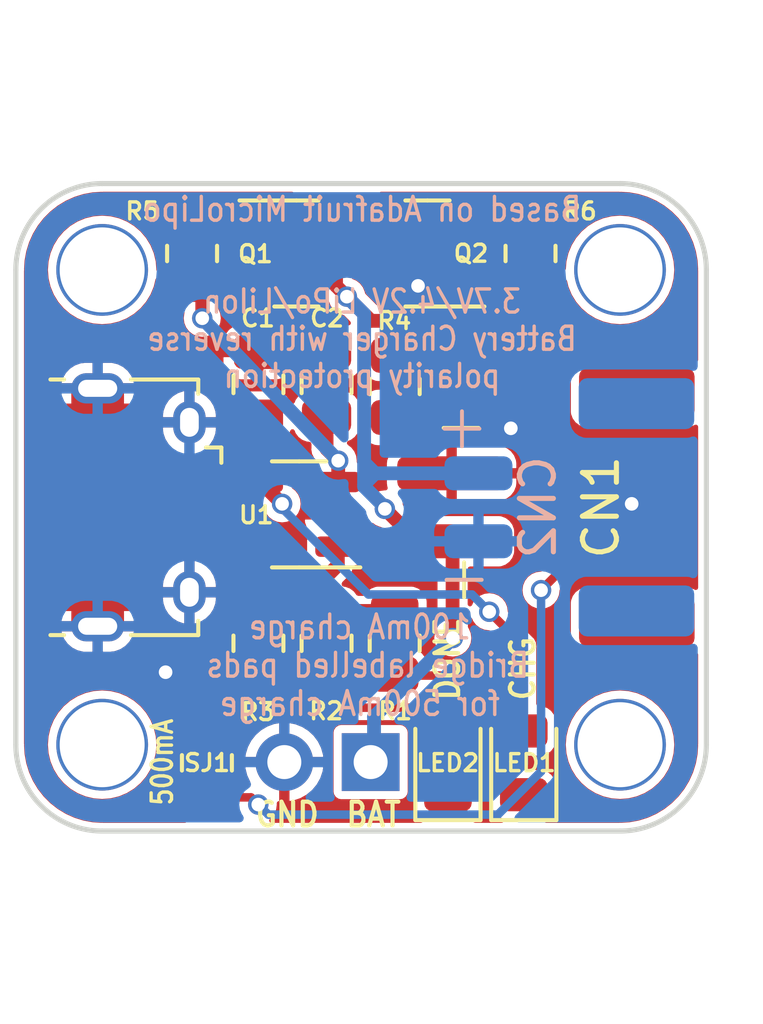
<source format=kicad_pcb>
(kicad_pcb (version 20211014) (generator pcbnew)
  (layers (0 "F.Cu" signal "Top") (31 "B.Cu" signal "Bottom") (34 "B.Paste" user) (35 "F.Paste" user) (36 "B.SilkS" user "B.Silkscreen") (37 "F.SilkS" user "F.Silkscreen") (38 "B.Mask" user) (39 "F.Mask" user) (44 "Edge.Cuts" user))
  (net 0 "")
  (net 1 "GND")
  (net 2 "Net-(C1-Pad1)")
  (net 3 "Net-(Q2-Pad1)")
  (net 4 "Net-(LED1-Pad1)")
  (net 8 "Net-(R1-Pad2)")
  (net 9 "Net-(R3-Pad1)")
  (net 10 "Net-(R4-Pad1)")
  (net 11 "Net-(LED2-Pad2)")
  (net 12 "Net-(Q1-Pad1)")
  (net 13 "Net-(C2-Pad1)")
  (net 14 "Net-(CN1-Pad1)")
  (footprint "Package_TO_SOT_SMD:SOT-23-5" (layer "F.Cu") (at 146.6786 105.2116 180)
    (fp_text reference "U1" (at 1.2636 -0.0206 180) (layer "F.SilkS") (effects (font (size 0.5 0.5) (thickness 0.1))))
    (fp_text value "MCP73831T-2ACI/OT")
    (fp_line (start 0 1.56) (end 0.8 1.56) (layer "F.SilkS") (width 0.12))
    (fp_line (start 0 1.56) (end -0.8 1.56) (layer "F.SilkS") (width 0.12))
    (fp_line (start 0 -1.56) (end 0.8 -1.56) (layer "F.SilkS") (width 0.12))
    (fp_line (start 0 -1.56) (end -1.8 -1.56) (layer "F.SilkS") (width 0.12))
    (pad "1" smd roundrect (at -1.1375 -0.95 180) (size 1.325 0.6) (layers "F.Cu" "F.Paste" "F.Mask") (net 8 "Net-(R1-Pad2)"))
    (pad "2" smd roundrect (at -1.1375 0 180) (size 1.325 0.6) (layers "F.Cu" "F.Paste" "F.Mask") (net 1 "GND"))
    (pad "3" smd roundrect (at -1.1375 0.95 180) (size 1.325 0.6) (layers "F.Cu" "F.Paste" "F.Mask") (net 13 "Net-(C2-Pad1)"))
    (pad "4" smd roundrect (at 1.1375 0.95 180) (size 1.325 0.6) (layers "F.Cu" "F.Paste" "F.Mask") (net 2 "Net-(C1-Pad1)"))
    (pad "5" smd roundrect (at 1.1375 -0.95 180) (size 1.325 0.6) (layers "F.Cu" "F.Paste" "F.Mask") (net 9 "Net-(R3-Pad1)"))
  )
  (footprint "LED_SMD:LED_0805_2012Metric" (layer "F.Cu") (at 153.289 112.522 90)
    (fp_text reference "LED1" (at -0.003 0.011 180) (layer "F.SilkS") (effects (font (size 0.5 0.5) (thickness 0.1))))
    (fp_text value "RED")
    (fp_line (start -1.685 0.96) (end 1 0.96) (layer "F.SilkS") (width 0.12))
    (fp_line (start 1 -0.96) (end -1.685 -0.96) (layer "F.SilkS") (width 0.12))
    (fp_line (start -1.685 -0.96) (end -1.685 0.96) (layer "F.SilkS") (width 0.12))
    (pad "1" smd roundrect (at -0.9375 0 90) (size 0.975 1.4) (layers "F.Cu" "F.Paste" "F.Mask") (net 4 "Net-(LED1-Pad1)"))
    (pad "2" smd roundrect (at 0.9375 0 90) (size 0.975 1.4) (layers "F.Cu" "F.Paste" "F.Mask") (net 2 "Net-(C1-Pad1)"))
  )
  (footprint "LED_SMD:LED_0805_2012Metric" (layer "F.Cu") (at 151.057 112.522 90)
    (fp_text reference "LED2" (at -0.003 -0.007 180) (layer "F.SilkS") (effects (font (size 0.5 0.5) (thickness 0.1))))
    (fp_text value "GREEN")
    (fp_line (start 1 -0.96) (end -1.685 -0.96) (layer "F.SilkS") (width 0.12))
    (fp_line (start -1.685 -0.96) (end -1.685 0.96) (layer "F.SilkS") (width 0.12))
    (fp_line (start -1.685 0.96) (end 1 0.96) (layer "F.SilkS") (width 0.12))
    (pad "1" smd roundrect locked (at -0.9375 0 90) (size 0.975 1.4) (layers "F.Cu" "F.Paste" "F.Mask") (net 1 "GND"))
    (pad "2" smd roundrect locked (at 0.9375 0 90) (size 0.975 1.4) (layers "F.Cu" "F.Paste" "F.Mask") (net 11 "Net-(LED2-Pad2)"))
  )
  (footprint "Resistor_SMD:R_0805_2012Metric" (layer "F.Cu") (at 149.4901 109.0041 90)
    (fp_text reference "R1" (at -1.9939 0.0143 180) (layer "F.SilkS") (effects (font (size 0.5 0.5) (thickness 0.1))))
    (fp_text value "470")
    (fp_line (start -0.227064 0.735) (end 0.227064 0.735) (layer "F.SilkS") (width 0.12))
    (fp_line (start -0.227064 -0.735) (end 0.227064 -0.735) (layer "F.SilkS") (width 0.12))
    (pad "1" smd roundrect (at -0.9125 0 90) (size 1.025 1.4) (layers "F.Cu" "F.Paste" "F.Mask") (roundrect_rratio 0.243902439) (net 4 "Net-(LED1-Pad1)"))
    (pad "2" smd roundrect (at 0.9125 0 90) (size 1.025 1.4) (layers "F.Cu" "F.Paste" "F.Mask") (roundrect_rratio 0.243902439) (net 8 "Net-(R1-Pad2)"))
  )
  (footprint "Resistor_SMD:R_0805_2012Metric" (layer "F.Cu") (at 147.4851 109.0041 90)
    (fp_text reference "R2" (at -1.9939 -0.0127 180) (layer "F.SilkS") (effects (font (size 0.5 0.5) (thickness 0.1))))
    (fp_text value "470")
    (fp_line (start -0.227064 -0.735) (end 0.227064 -0.735) (layer "F.SilkS") (width 0.12))
    (fp_line (start -0.227064 0.735) (end 0.227064 0.735) (layer "F.SilkS") (width 0.12))
    (pad "1" smd roundrect (at -0.9125 0 90) (size 1.025 1.4) (layers "F.Cu" "F.Paste" "F.Mask") (roundrect_rratio 0.243902439) (net 11 "Net-(LED2-Pad2)"))
    (pad "2" smd roundrect (at 0.9125 0 90) (size 1.025 1.4) (layers "F.Cu" "F.Paste" "F.Mask") (roundrect_rratio 0.243902439) (net 8 "Net-(R1-Pad2)"))
  )
  (footprint "Connector_JST:JST_PH_S2B-PH-SM4-TB_1x02-1MP_P2.00mm_Horizontal" (layer "F.Cu") (at 153.7151 105.0036 90)
    (fp_text reference "CN1" (at 0 1.8449 90) (layer "F.SilkS"))
    (fp_text value "JSTPH" hide)
    (pad "1" smd roundrect locked (at -1 -2.55 90) (size 1 3.2) (layers "F.Cu" "F.Paste" "F.Mask") (net 14 "Net-(CN1-Pad1)"))
    (pad "2" smd roundrect locked (at 1 -2.55 90) (size 1 3.2) (layers "F.Cu" "F.Paste" "F.Mask") (net 1 "GND"))
    (pad "MP" smd roundrect locked (at -3.35 2.9 90) (size 1.5 3.4) (layers "F.Cu" "F.Paste" "F.Mask") (roundrect_rratio 0.1666673333))
    (pad "MP" smd roundrect locked (at 3.35 2.9 90) (size 1.5 3.4) (layers "F.Cu" "F.Paste" "F.Mask") (roundrect_rratio 0.1666673333))
  )
  (footprint "Capacitor_SMD:C_0805_2012Metric" (layer "F.Cu") (at 145.4801 101.3841 90)
    (fp_text reference "C1" (at 1.9431 -0.0143 180) (layer "F.SilkS") (effects (font (size 0.5 0.5) (thickness 0.1))))
    (fp_text value "10µF")
    (fp_line (start -0.261252 -0.735) (end 0.261252 -0.735) (layer "F.SilkS") (width 0.12))
    (fp_line (start -0.261252 0.735) (end 0.261252 0.735) (layer "F.SilkS") (width 0.12))
    (pad "1" smd roundrect (at -0.95 0 90) (size 1 1.45) (layers "F.Cu" "F.Paste" "F.Mask") (net 2 "Net-(C1-Pad1)"))
    (pad "2" smd roundrect (at 0.95 0 90) (size 1 1.45) (layers "F.Cu" "F.Paste" "F.Mask") (net 1 "GND"))
  )
  (footprint "Capacitor_SMD:C_0805_2012Metric" (layer "F.Cu") (at 147.4851 101.3841 90)
    (fp_text reference "C2" (at 1.9431 0.0127 180) (layer "F.SilkS") (effects (font (size 0.5 0.5) (thickness 0.1))))
    (fp_text value "10µF")
    (fp_line (start -0.261252 0.735) (end 0.261252 0.735) (layer "F.SilkS") (width 0.12))
    (fp_line (start -0.261252 -0.735) (end 0.261252 -0.735) (layer "F.SilkS") (width 0.12))
    (pad "1" smd roundrect (at -0.95 0 90) (size 1 1.45) (layers "F.Cu" "F.Paste" "F.Mask") (net 13 "Net-(C2-Pad1)"))
    (pad "2" smd roundrect (at 0.95 0 90) (size 1 1.45) (layers "F.Cu" "F.Paste" "F.Mask") (net 1 "GND"))
  )
  (footprint "Resistor_SMD:R_0805_2012Metric" (layer "F.Cu") (at 145.4801 109.0041 -90)
    (fp_text reference "R3" (at 2.0193 0.0143) (layer "F.SilkS") (effects (font (size 0.5 0.5) (thickness 0.1))))
    (fp_text value "10K\\")
    (fp_line (start -0.227064 -0.735) (end 0.227064 -0.735) (layer "F.SilkS") (width 0.12))
    (fp_line (start -0.227064 0.735) (end 0.227064 0.735) (layer "F.SilkS") (width 0.12))
    (pad "1" smd roundrect (at -0.9125 0 270) (size 1.025 1.4) (layers "F.Cu" "F.Paste" "F.Mask") (roundrect_rratio 0.243902439) (net 9 "Net-(R3-Pad1)"))
    (pad "2" smd roundrect (at 0.9125 0 270) (size 1.025 1.4) (layers "F.Cu" "F.Paste" "F.Mask") (roundrect_rratio 0.243902439) (net 1 "GND"))
  )
  (footprint "Resistor_SMD:R_0805_2012Metric" (layer "F.Cu") (at 149.4901 101.4476 -90)
    (fp_text reference "R4" (at -1.9304 0.0111) (layer "F.SilkS") (effects (font (size 0.5 0.5) (thickness 0.1))))
    (fp_text value "2.5K")
    (fp_line (start -0.227064 0.735) (end 0.227064 0.735) (layer "F.SilkS") (width 0.12))
    (fp_line (start -0.227064 -0.735) (end 0.227064 -0.735) (layer "F.SilkS") (width 0.12))
    (pad "1" smd roundrect (at -0.9125 0 270) (size 1.025 1.4) (layers "F.Cu" "F.Paste" "F.Mask") (roundrect_rratio 0.243902439) (net 10 "Net-(R4-Pad1)"))
    (pad "2" smd roundrect (at 0.9125 0 270) (size 1.025 1.4) (layers "F.Cu" "F.Paste" "F.Mask") (roundrect_rratio 0.243902439) (net 1 "GND"))
  )
  (footprint "Resistor_SMD:R_0805_2012Metric" (layer "F.Cu") (at 143.964 112.522 90)
    (fp_text reference "SJ1" (at 0 0.0032) (layer "F.SilkS") (effects (font (size 0.5 0.5) (thickness 0.1))))
    (fp_text value "R")
    (fp_line (start -0.227064 0.735) (end 0.227064 0.735) (layer "F.SilkS") (width 0.12))
    (fp_line (start -0.227064 -0.735) (end 0.227064 -0.735) (layer "F.SilkS") (width 0.12))
    (pad "1" smd roundrect (at -0.9125 0 90) (size 1.025 1.4) (layers "F.Cu" "F.Paste" "F.Mask") (roundrect_rratio 0.243902439) (net 10 "Net-(R4-Pad1)"))
    (pad "2" smd roundrect (at 0.9125 0 90) (size 1.025 1.4) (layers "F.Cu" "F.Paste" "F.Mask") (roundrect_rratio 0.243902439) (net 9 "Net-(R3-Pad1)"))
  )
  (footprint "Connector_USB:USB_Micro-B_Amphenol_10118194_Horizontal" (layer "F.Cu") (at 142.0491 105.0036 -90)
    (fp_text reference "X1" hide)
    (fp_text value "USB_B_Micro" hide)
    (fp_line (start -3.76 -1.66) (end -3.34 -1.66) (layer "F.SilkS") (width 0.12))
    (fp_line (start -1.76 -1.89) (end -1.76 -2.34) (layer "F.SilkS") (width 0.12))
    (fp_line (start -3.76 0.32) (end -3.76 -1.66) (layer "F.SilkS") (width 0.12))
    (fp_line (start -3.76 2.69) (end -3.76 2.29) (layer "F.SilkS") (width 0.12))
    (fp_line (start 3.76 2.29) (end 3.76 2.69) (layer "F.SilkS") (width 0.12))
    (fp_line (start 3.76 -1.66) (end 3.34 -1.66) (layer "F.SilkS") (width 0.12))
    (fp_line (start 3.76 0.32) (end 3.76 -1.66) (layer "F.SilkS") (width 0.12))
    (fp_line (start -1.31 -2.34) (end -1.76 -2.34) (layer "F.SilkS") (width 0.12))
    (pad "1" smd rect (at -1.3 -1.4 270) (size 0.4 1.35) (layers "F.Cu" "F.Paste" "F.Mask") (net 2 "Net-(C1-Pad1)"))
    (pad "2" smd rect (at -0.65 -1.4 270) (size 0.4 1.35) (layers "F.Cu" "F.Paste" "F.Mask"))
    (pad "3" smd rect (at 0 -1.4 270) (size 0.4 1.35) (layers "F.Cu" "F.Paste" "F.Mask"))
    (pad "4" smd rect (at 0.65 -1.4 270) (size 0.4 1.35) (layers "F.Cu" "F.Paste" "F.Mask"))
    (pad "5" smd rect (at 1.3 -1.4 270) (size 0.4 1.35) (layers "F.Cu" "F.Paste" "F.Mask") (net 1 "GND"))
    (pad "6" smd rect (at 2.9 1.3 270) (size 1.2 1.55) (layers "F.Cu" "F.Paste" "F.Mask") (net 1 "GND"))
    (pad "6" thru_hole oval (at -2.5 -1.4 270) (size 1.25 0.95) (drill oval 0.85 0.55) (layers *.Cu *.Mask) (net 1 "GND"))
    (pad "6" smd rect (at -1 1.3 270) (size 1.5 1.55) (layers "F.Cu" "F.Paste" "F.Mask") (net 1 "GND"))
    (pad "6" thru_hole oval (at 3.5 1.3 270) (size 0.89 1.55) (drill oval 0.5 1.15) (layers *.Cu *.Mask) (net 1 "GND"))
    (pad "6" smd rect (at -2.9 1.3 270) (size 1.2 1.55) (layers "F.Cu" "F.Paste" "F.Mask") (net 1 "GND"))
    (pad "6" thru_hole oval (at 2.5 -1.4 270) (size 1.25 0.95) (drill oval 0.85 0.55) (layers *.Cu *.Mask) (net 1 "GND"))
    (pad "6" smd rect (at 1 1.3 270) (size 1.5 1.55) (layers "F.Cu" "F.Paste" "F.Mask") (net 1 "GND"))
    (pad "6" thru_hole oval (at -3.5 1.3 270) (size 0.89 1.55) (drill oval 0.5 1.15) (layers *.Cu *.Mask) (net 1 "GND"))
  )
  (footprint "Connector_PinHeader_2.54mm:PinHeader_1x02_P2.54mm_Vertical" (layer "F.Cu") (at 148.7821 112.5 -90)
    (fp_text reference "JP1" hide)
    (fp_text value "Conn_01x02_Female")
    (pad "1" thru_hole rect locked (at 0 0 270) (size 1.7 1.7) (drill 1) (layers *.Cu *.Mask) (net 14 "Net-(CN1-Pad1)"))
    (pad "2" thru_hole oval locked (at 0 2.54 270) (size 1.7 1.7) (drill 1) (layers *.Cu *.Mask) (net 1 "GND"))
  )
  (footprint "Package_TO_SOT_SMD:SOT-23" (layer "F.Cu") (at 146.5985 97.536)
    (fp_text reference "Q1" (at -1.2065 0.014) (layer "F.SilkS") (effects (font (size 0.5 0.5) (thickness 0.1))))
    (fp_text value "SOT-23")
    (fp_line (start 0 -1.56) (end 0.65 -1.56) (layer "F.SilkS") (width 0.12))
    (fp_line (start 0 1.56) (end -0.65 1.56) (layer "F.SilkS") (width 0.12))
    (fp_line (start 0 1.56) (end 0.65 1.56) (layer "F.SilkS") (width 0.12))
    (fp_line (start 0 -1.56) (end -1.675 -1.56) (layer "F.SilkS") (width 0.12))
    (pad "1" smd roundrect (at -0.9375 -0.95) (size 1.475 0.6) (layers "F.Cu" "F.Paste" "F.Mask") (net 12 "Net-(Q1-Pad1)"))
    (pad "2" smd roundrect (at -0.9375 0.95) (size 1.475 0.6) (layers "F.Cu" "F.Paste" "F.Mask") (net 13 "Net-(C2-Pad1)"))
    (pad "3" smd roundrect (at 0.9375 0) (size 1.475 0.6) (layers "F.Cu" "F.Paste" "F.Mask") (net 14 "Net-(CN1-Pad1)"))
  )
  (footprint "Resistor_SMD:R_0805_2012Metric" (layer "F.Cu") (at 143.5275 97.536 90)
    (fp_text reference "R5" (at 1.2446 -1.4653) (layer "F.SilkS") (effects (font (size 0.5 0.5) (thickness 0.1))))
    (fp_text value "R_0805_2012Metric")
    (fp_line (start -0.227064 -0.735) (end 0.227064 -0.735) (layer "F.SilkS") (width 0.12))
    (fp_line (start -0.227064 0.735) (end 0.227064 0.735) (layer "F.SilkS") (width 0.12))
    (pad "1" smd roundrect (at -0.9125 0 90) (size 1.025 1.4) (layers "F.Cu" "F.Paste" "F.Mask") (roundrect_rratio 0.243902439) (net 13 "Net-(C2-Pad1)"))
    (pad "2" smd roundrect (at 0.9125 0 90) (size 1.025 1.4) (layers "F.Cu" "F.Paste" "F.Mask") (roundrect_rratio 0.243902439) (net 12 "Net-(Q1-Pad1)"))
  )
  (footprint "Package_TO_SOT_SMD:SOT-23" (layer "F.Cu") (at 150.4545 97.536 180)
    (fp_text reference "Q2" (at -1.2827 0 180) (layer "F.SilkS") (effects (font (size 0.5 0.5) (thickness 0.1))))
    (fp_text value "SOT-23")
    (fp_line (start 0 -1.56) (end -1.675 -1.56) (layer "F.SilkS") (width 0.12))
    (fp_line (start 0 1.56) (end -0.65 1.56) (layer "F.SilkS") (width 0.12))
    (fp_line (start 0 1.56) (end 0.65 1.56) (layer "F.SilkS") (width 0.12))
    (fp_line (start 0 -1.56) (end 0.65 -1.56) (layer "F.SilkS") (width 0.12))
    (pad "1" smd roundrect (at -0.9375 -0.95 180) (size 1.475 0.6) (layers "F.Cu" "F.Paste" "F.Mask") (net 3 "Net-(Q2-Pad1)"))
    (pad "2" smd roundrect (at -0.9375 0.95 180) (size 1.475 0.6) (layers "F.Cu" "F.Paste" "F.Mask") (net 1 "GND"))
    (pad "3" smd roundrect (at 0.9375 0 180) (size 1.475 0.6) (layers "F.Cu" "F.Paste" "F.Mask") (net 12 "Net-(Q1-Pad1)"))
  )
  (footprint "Resistor_SMD:R_0805_2012Metric" (layer "F.Cu") (at 153.4874 97.536 90)
    (fp_text reference "R6" (at 1.2446 1.4526 180) (layer "F.SilkS") (effects (font (size 0.5 0.5) (thickness 0.1))))
    (fp_text value "R_0805_2012Metric")
    (fp_line (start -0.227064 0.735) (end 0.227064 0.735) (layer "F.SilkS") (width 0.12))
    (fp_line (start -0.227064 -0.735) (end 0.227064 -0.735) (layer "F.SilkS") (width 0.12))
    (pad "1" smd roundrect (at -0.9125 0 90) (size 1.025 1.4) (layers "F.Cu" "F.Paste" "F.Mask") (roundrect_rratio 0.243902439) (net 14 "Net-(CN1-Pad1)"))
    (pad "2" smd roundrect (at 0.9125 0 90) (size 1.025 1.4) (layers "F.Cu" "F.Paste" "F.Mask") (roundrect_rratio 0.243902439) (net 3 "Net-(Q2-Pad1)"))
  )
  (footprint "MountingHole:MountingHole_2.5mm" (layer "F.Cu") (at 140.65 112.2)
    (fp_text reference "H1" hide)
    (fp_text value "MountingHole_2.5mm" hide)
    (pad "" np_thru_hole circle locked (at 0.2311 -0.2114) (size 2.7 2.7) (drill 2.5) (layers F&B.Cu *.Mask))
  )
  (footprint "MountingHole:MountingHole_2.5mm" (layer "F.Cu") (at 140.65 97.75)
    (fp_text reference "H2" hide)
    (fp_text value "MountingHole_2.5mm" hide)
    (pad "" np_thru_hole circle locked (at 0.2311 0.2686) (size 2.7 2.7) (drill 2.5) (layers F&B.Cu *.Mask))
  )
  (footprint "MountingHole:MountingHole_2.5mm" (layer "F.Cu") (at 156.35 112.2)
    (fp_text reference "H4" hide)
    (fp_text value "MountingHole_2.5mm" hide)
    (pad "" np_thru_hole circle locked (at -0.2289 -0.2114) (size 2.7 2.7) (drill 2.5) (layers F&B.Cu *.Mask))
  )
  (footprint "MountingHole:MountingHole_2.5mm" (layer "F.Cu") (at 156.25 97.85)
    (fp_text reference "H3" hide)
    (fp_text value "MountingHole_2.5mm" hide)
    (pad "" np_thru_hole circle locked (at -0.1289 0.1686) (size 2.7 2.7) (drill 2.5) (layers F&B.Cu *.Mask))
  )
  (footprint "Connector_JST:JST_PH_S2B-PH-SM4-TB_1x02-1MP_P2.00mm_Horizontal" (layer "B.Cu") (at 153.7051 105.0036 -90)
    (fp_text reference "CN2" (at 0 0 90) (layer "B.SilkS") (effects (justify mirror)))
    (fp_text value "JSTPH")
    (pad "1" smd roundrect locked (at -1 1.75 270) (size 1 2) (layers "B.Cu" "B.Paste" "B.Mask") (net 14 "Net-(CN1-Pad1)"))
    (pad "2" smd roundrect locked (at 1 1.75 270) (size 1 2) (layers "B.Cu" "B.Paste" "B.Mask") (net 1 "GND"))
    (pad "MP" smd roundrect locked (at -3.05 -2.9 270) (size 1.5 3.4) (layers "B.Cu" "B.Paste" "B.Mask") (roundrect_rratio 0.167))
    (pad "MP" smd roundrect locked (at 3.05 -2.9 270) (size 1.5 3.4) (layers "B.Cu" "B.Paste" "B.Mask") (roundrect_rratio 0.167))
  )
  (gr_line (start 138.3411 111.9886) (end 138.3411 98.0186) (layer "Edge.Cuts") (width 0.15))
  (gr_arc (start 156.1211 95.4786) (mid 157.917151 96.222549) (end 158.6611 98.0186) (layer "Edge.Cuts") (width 0.15))
  (gr_line (start 156.1211 114.5286) (end 140.8811 114.5286) (layer "Edge.Cuts") (width 0.15))
  (gr_arc (start 140.8811 114.5286) (mid 139.085049 113.784651) (end 138.3411 111.9886) (layer "Edge.Cuts") (width 0.15))
  (gr_line (start 140.8811 95.4786) (end 156.1211 95.4786) (layer "Edge.Cuts") (width 0.15))
  (gr_line (start 158.6611 98.0186) (end 158.6611 111.9886) (layer "Edge.Cuts") (width 0.15))
  (gr_arc (start 138.3411 98.0186) (mid 139.085049 96.222549) (end 140.8811 95.4786) (layer "Edge.Cuts") (width 0.15))
  (gr_arc (start 158.6611 111.9886) (mid 157.917151 113.784651) (end 156.1211 114.5286) (layer "Edge.Cuts") (width 0.15))
  (gr_text "3.7V/4.2V LiPo/LiIon\nBattery Charger with reverse\npolarity protection" (at 148.5265 101.5365) (layer "B.SilkS") (effects (font (size 0.68 0.58) (thickness 0.1)) (justify bottom mirror)))
  (gr_text "Based on Adafruit MicroLipo" (at 148.5265 96.647) (layer "B.SilkS") (effects (font (size 0.7 0.6) (thickness 0.1)) (justify bottom mirror)))
  (gr_text "+" (at 150.5585 103.378) (layer "B.SilkS") (effects (font (size 1.35128 1.35128) (thickness 0.113792)) (justify left bottom)))
  (gr_text "-" (at 150.622 107.823) (layer "B.SilkS") (effects (font (size 1.35128 1.35128) (thickness 0.113792)) (justify left bottom)))
  (gr_text "100mA charge\nBridge labelled pads \nfor 500mA charge" (at 148.463 111.1885) (layer "B.SilkS") (effects (font (size 0.7 0.6) (thickness 0.1)) (justify bottom mirror)))
  (gr_text "-" (at 150.5331 103.3526) (layer "F.SilkS") (effects (font (size 1.35128 1.35128) (thickness 0.113792)) (justify left bottom)))
  (gr_text "+" (at 150.622 107.823) (layer "F.SilkS") (effects (font (size 1.35128 1.35128) (thickness 0.113792)) (justify left bottom)))
  (gr_text "CHG" (at 153.67 110.744 90) (layer "F.SilkS") (effects (font (size 0.7 0.6) (thickness 0.12192)) (justify left bottom)))
  (gr_text "500mA" (at 142.65 112.5 90) (layer "F.SilkS") (effects (font (size 0.6 0.5) (thickness 0.1))))
  (gr_text "BAT" (at 148.8694 114.046) (layer "F.SilkS") (effects (font (size 0.7 0.6) (thickness 0.12192))))
  (gr_text "GND" (at 146.3294 114.046) (layer "F.SilkS") (effects (font (size 0.7 0.6) (thickness 0.12192))))
  (gr_text "DONE" (at 151.45 110.744 90) (layer "F.SilkS") (effects (font (size 0.7 0.6) (thickness 0.12192)) (justify left bottom)))
  (via (at 142.748 109.855) (size 0.6) (drill 0.4) (layers "F.Cu" "B.Cu") (net 1))
  (via (at 156.464 104.902) (size 0.6) (drill 0.4) (layers "F.Cu" "B.Cu") (net 1))
  (via (at 150.1775 98.4885) (size 0.6) (drill 0.4) (layers "F.Cu" "B.Cu") (net 1))
  (via (at 152.908 102.6795) (size 0.6) (drill 0.4) (layers "F.Cu" "B.Cu") (net 1))
  (segment (start 152.273 108.077) (end 153.289 109.093) (width 0.25) (layer "F.Cu") (net 2))
  (segment (start 153.289 111.47298) (end 153.289 109.093) (width 0.25) (layer "F.Cu") (net 2))
  (segment (start 145.0214 103.7036) (end 145.4801 103.2449) (width 0.25) (layer "F.Cu") (net 2))
  (segment (start 145.5411 104.2661) (end 146.177 104.902) (width 0.406) (layer "F.Cu") (net 2))
  (segment (start 143.4491 103.7036) (end 144.9831 103.7036) (width 0.406) (layer "F.Cu") (net 2))
  (segment (start 145.4801 103.2449) (end 145.4801 102.3341) (width 0.25) (layer "F.Cu") (net 2))
  (segment (start 143.4341 103.7036) (end 143.9291 103.7036) (width 0.4064) (layer "F.Cu") (net 2))
  (segment (start 145.5411 104.2616) (end 145.5411 104.2661) (width 0.406) (layer "F.Cu") (net 2))
  (segment (start 144.9976 103.7036) (end 145.0214 103.7036) (width 0.25) (layer "F.Cu") (net 2))
  (segment (start 144.9831 103.7036) (end 145.5411 104.2616) (width 0.406) (layer "F.Cu") (net 2))
  (via (at 152.273 108.077) (size 0.6) (drill 0.4) (layers "F.Cu" "B.Cu") (net 2))
  (via (at 146.177 104.902) (size 0.6) (drill 0.4) (layers "F.Cu" "B.Cu") (net 2))
  (segment (start 146.177 105.029) (end 146.177 104.902) (width 0.25) (layer "B.Cu") (net 2))
  (segment (start 148.717 107.569) (end 146.177 105.029) (width 0.25) (layer "B.Cu") (net 2))
  (segment (start 151.765 107.569) (end 152.273 108.077) (width 0.25) (layer "B.Cu") (net 2))
  (segment (start 148.717 107.569) (end 151.765 107.569) (width 0.25) (layer "B.Cu") (net 2))
  (segment (start 151.3045 98.4029) (end 153.1214 96.586) (width 0.406) (layer "F.Cu") (net 3))
  (segment (start 153.1214 96.586) (end 153.1874 96.586) (width 0.406) (layer "F.Cu") (net 3))
  (segment (start 151.3045 98.486) (end 151.3045 98.4029) (width 0.406) (layer "F.Cu") (net 3))
  (segment (start 151.7371 109.9541) (end 152.2 110.417) (width 0.25) (layer "F.Cu") (net 4))
  (segment (start 149.8321 109.9541) (end 151.7371 109.9541) (width 0.25) (layer "F.Cu") (net 4))
  (segment (start 152.2 110.417) (end 152.2 112.449) (width 0.25) (layer "F.Cu") (net 4))
  (segment (start 152.2 112.449) (end 153.289 113.538) (width 0.25) (layer "F.Cu") (net 4))
  (segment (start 147.4851 107.0399) (end 147.4851 108.0916) (width 0.406) (layer "F.Cu") (net 8))
  (segment (start 147.8161 106.7089) (end 147.4851 107.0399) (width 0.406) (layer "F.Cu") (net 8))
  (segment (start 147.8161 106.1616) (end 147.8161 106.7089) (width 0.406) (layer "F.Cu") (net 8))
  (segment (start 147.6121 108.0541) (end 149.5171 108.0541) (width 0.4064) (layer "F.Cu") (net 8))
  (segment (start 145.7071 108.0541) (end 143.964 109.7972) (width 0.25) (layer "F.Cu") (net 9))
  (segment (start 145.1966 108.0541) (end 145.7071 108.0541) (width 0.254) (layer "F.Cu") (net 9))
  (segment (start 145.423 106.4616) (end 145.423 107.77) (width 0.4064) (layer "F.Cu") (net 9))
  (segment (start 143.964 109.7972) (end 143.964 111.306) (width 0.25) (layer "F.Cu") (net 9))
  (segment (start 143.964 111.306) (end 143.764 111.506) (width 0.25) (layer "F.Cu") (net 9))
  (segment (start 151.9326 100.4976) (end 154.432 102.997) (width 0.25) (layer "F.Cu") (net 10))
  (segment (start 154.432 102.997) (end 154.432 106.807) (width 0.25) (layer "F.Cu") (net 10))
  (segment (start 154.432 106.807) (end 153.797 107.442) (width 0.25) (layer "F.Cu") (net 10))
  (segment (start 149.3901 100.4976) (end 151.9326 100.4976) (width 0.25) (layer "F.Cu") (net 10))
  (segment (start 145.263 113.538) (end 143.764 113.538) (width 0.25) (layer "F.Cu") (net 10))
  (segment (start 145.475 113.75) (end 145.263 113.538) (width 0.25) (layer "F.Cu") (net 10))
  (via (at 153.797 107.442) (size 0.6) (drill 0.4) (layers "F.Cu" "B.Cu") (net 10))
  (via (at 145.475 113.75) (size 0.6) (drill 0.4) (layers "F.Cu" "B.Cu") (net 10))
  (segment (start 145.475 113.75) (end 145.771 114.046) (width 0.25) (layer "B.Cu") (net 10))
  (segment (start 153.797 112.776) (end 153.797 107.442) (width 0.25) (layer "B.Cu") (net 10))
  (segment (start 145.771 114.046) (end 152.527 114.046) (width 0.25) (layer "B.Cu") (net 10))
  (segment (start 152.527 114.046) (end 153.797 112.776) (width 0.25) (layer "B.Cu") (net 10))
  (segment (start 148.47422 110.9) (end 147.6121 110.03788) (width 0.25) (layer "F.Cu") (net 11))
  (segment (start 151.257 111.47298) (end 150.68402 110.9) (width 0.25) (layer "F.Cu") (net 11))
  (segment (start 150.68402 110.9) (end 148.47422 110.9) (width 0.25) (layer "F.Cu") (net 11))
  (segment (start 146.365 96.586) (end 146.7104 96.2406) (width 0.406) (layer "F.Cu") (net 12))
  (segment (start 146.7104 96.2406) (end 148.844 96.2406) (width 0.406) (layer "F.Cu") (net 12))
  (segment (start 148.844 96.2406) (end 149.3045 96.7011) (width 0.406) (layer "F.Cu") (net 12))
  (segment (start 149.3045 96.7011) (end 149.3045 97.536) (width 0.406) (layer "F.Cu") (net 12))
  (segment (start 145.7485 96.586) (end 146.365 96.586) (width 0.406) (layer "F.Cu") (net 12))
  (segment (start 143.8275 96.586) (end 145.7485 96.586) (width 0.406) (layer "F.Cu") (net 12))
  (segment (start 147.8231 103.6369) (end 147.828 103.632) (width 0.406) (layer "F.Cu") (net 13))
  (segment (start 147.4851 103.2891) (end 147.828 103.632) (width 0.406) (layer "F.Cu") (net 13))
  (segment (start 147.4851 102.3841) (end 147.4851 103.2891) (width 0.406) (layer "F.Cu") (net 13))
  (segment (start 147.828 104.1942) (end 147.7606 104.2616) (width 0.406) (layer "F.Cu") (net 13))
  (segment (start 143.8275 98.486) (end 145.7485 98.486) (width 0.406) (layer "F.Cu") (net 13))
  (segment (start 147.828 103.632) (end 147.828 104.1942) (width 0.406) (layer "F.Cu") (net 13))
  (segment (start 143.8275 98.486) (end 143.8275 99.441) (width 0.406) (layer "F.Cu") (net 13))
  (via (at 147.828 103.632) (size 0.6) (drill 0.4) (layers "F.Cu" "B.Cu") (net 13))
  (via (at 143.8275 99.441) (size 0.6) (drill 0.4) (layers "F.Cu" "B.Cu") (net 13))
  (segment (start 143.8275 99.441) (end 147.828 103.632) (width 0.406) (layer "B.Cu") (net 13))
  (segment (start 151.0886 106.0036) (end 151.4051 106.0036) (width 0.25) (layer "F.Cu") (net 14))
  (segment (start 147.7645 98.4885) (end 147.7645 97.552) (width 0.406) (layer "F.Cu") (net 14))
  (segment (start 147.7645 97.552) (end 147.7485 97.536) (width 0.406) (layer "F.Cu") (net 14))
  (segment (start 153.1874 98.5012) (end 152.1714 99.5172) (width 0.406) (layer "F.Cu") (net 14))
  (segment (start 152.1714 99.5172) (end 148.7932 99.5172) (width 0.406) (layer "F.Cu") (net 14))
  (segment (start 148.7932 99.5172) (end 148.082 98.806) (width 0.406) (layer "F.Cu") (net 14))
  (segment (start 151.3891 106.0196) (end 151.4051 106.0036) (width 0.4064) (layer "F.Cu") (net 14))
  (segment (start 153.1874 98.486) (end 153.1874 98.5012) (width 0.406) (layer "F.Cu") (net 14))
  (segment (start 150.1536 106.0036) (end 151.4051 106.0036) (width 0.406) (layer "F.Cu") (net 14))
  (segment (start 151.2 108.274) (end 151.1935 108.2675) (width 0.406) (layer "F.Cu") (net 14))
  (segment (start 151.1935 106.299) (end 151.4051 106.0874) (width 0.406) (layer "F.Cu") (net 14))
  (segment (start 151.1935 108.2675) (end 151.1935 106.299) (width 0.406) (layer "F.Cu") (net 14))
  (segment (start 147.431 97.536) (end 147.447 97.536) (width 0.25) (layer "F.Cu") (net 14))
  (segment (start 151.2 108.85) (end 151.2 108.274) (width 0.406) (layer "F.Cu") (net 14))
  (segment (start 148.082 98.806) (end 147.7645 98.4885) (width 0.406) (layer "F.Cu") (net 14))
  (segment (start 151.4051 106.0874) (end 151.4051 106.0036) (width 0.406) (layer "F.Cu") (net 14))
  (segment (start 149.2 105.05) (end 150.1536 106.0036) (width 0.406) (layer "F.Cu") (net 14))
  (segment (start 151.4051 106.0036) (end 152.1046 106.0036) (width 0.406) (layer "F.Cu") (net 14))
  (via (at 149.2 105.05) (size 0.6) (drill 0.4) (layers "F.Cu" "B.Cu") (net 14))
  (via (at 148.082 98.806) (size 0.6) (drill 0.4) (layers "F.Cu" "B.Cu") (net 14))
  (via (at 151.2 108.85) (size 0.6) (drill 0.4) (layers "F.Cu" "B.Cu") (net 14))
  (segment (start 148.59 104.3305) (end 148.9169 104.0036) (width 0.406) (layer "B.Cu") (net 14))
  (segment (start 148.9169 104.0036) (end 151.4051 104.0036) (width 0.406) (layer "B.Cu") (net 14))
  (segment (start 148.082 98.806) (end 148.59 99.314) (width 0.406) (layer "B.Cu") (net 14))
  (segment (start 148.59 99.314) (end 148.59 103.505) (width 0.406) (layer "B.Cu") (net 14))
  (segment (start 148.59 103.505) (end 148.59 104.394) (width 0.406) (layer "B.Cu") (net 14))
  (segment (start 148.59 103.6828) (end 148.9108 104.0036) (width 0.406) (layer "B.Cu") (net 14))
  (segment (start 148.9108 104.0036) (end 148.9169 104.0036) (width 0.406) (layer "B.Cu") (net 14))
  (segment (start 148.59 104.394) (end 148.59 104.3305) (width 0.406) (layer "B.Cu") (net 14))
  (segment (start 148.59 103.505) (end 148.59 103.6828) (width 0.406) (layer "B.Cu") (net 14))
  (segment (start 151.2 108.85) (end 148.8821 111.1679) (width 0.406) (layer "B.Cu") (net 14))
  (segment (start 148.8821 111.1679) (end 148.8821 112.3) (width 0.406) (layer "B.Cu") (net 14))
  (segment (start 149.2 105.05) (end 149.2 105.004) (width 0.406) (layer "B.Cu") (net 14))
  (segment (start 149.2 105.004) (end 148.59 104.394) (width 0.406) (layer "B.Cu") (net 14))
  (zone (net 1) (net_name "GND") (layer "F.Cu") (priority 6) (connect_pads (clearance 0.24)) (min_thickness 0.14) (fill yes (thermal_gap 0.304) (thermal_bridge_width 0.304))
    (polygon (pts (xy 138.2141 114.5921) (xy 138.3411 95.3135) (xy 158.6611 95.4405) (xy 158.7881 114.5921)))
  )
  (zone (net 1) (net_name "GND") (layer "B.Cu") (priority 6) (connect_pads (clearance 0.254)) (min_thickness 0.254) (fill yes (thermal_gap 0.304) (thermal_bridge_width 0.304))
    (polygon (pts (xy 156.6291 95.4278) (xy 158.6611 95.4278) (xy 158.7881 114.5286) (xy 158.787679 114.5286) (xy 158.7881 114.5921) (xy 138.2141 114.5921) (xy 138.3411 95.3135)))
  )
)
</source>
